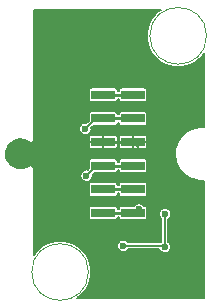
<source format=gbl>
G04 #@! TF.GenerationSoftware,KiCad,Pcbnew,5.1.10-88a1d61d58~90~ubuntu20.04.1*
G04 #@! TF.CreationDate,2021-10-26T15:29:24+01:00*
G04 #@! TF.ProjectId,IMU,494d552e-6b69-4636-9164-5f7063625858,rev?*
G04 #@! TF.SameCoordinates,Original*
G04 #@! TF.FileFunction,Copper,L2,Bot*
G04 #@! TF.FilePolarity,Positive*
%FSLAX46Y46*%
G04 Gerber Fmt 4.6, Leading zero omitted, Abs format (unit mm)*
G04 Created by KiCad (PCBNEW 5.1.10-88a1d61d58~90~ubuntu20.04.1) date 2021-10-26 15:29:24*
%MOMM*%
%LPD*%
G01*
G04 APERTURE LIST*
G04 #@! TA.AperFunction,EtchedComponent*
%ADD10C,0.050000*%
G04 #@! TD*
G04 #@! TA.AperFunction,SMDPad,CuDef*
%ADD11R,2.000000X0.800000*%
G04 #@! TD*
G04 #@! TA.AperFunction,ViaPad*
%ADD12C,0.600000*%
G04 #@! TD*
G04 #@! TA.AperFunction,Conductor*
%ADD13C,0.250000*%
G04 #@! TD*
G04 #@! TA.AperFunction,Conductor*
%ADD14C,0.150000*%
G04 #@! TD*
G04 #@! TA.AperFunction,Conductor*
%ADD15C,0.100000*%
G04 #@! TD*
G04 APERTURE END LIST*
D10*
X4900000Y-22500000D02*
G75*
G03*
X4900000Y-22500000I-2400000J0D01*
G01*
X14900000Y-2500000D02*
G75*
G03*
X14900000Y-2500000I-2400000J0D01*
G01*
D11*
X6150000Y-7500000D03*
X6150000Y-9500000D03*
X6150000Y-11500000D03*
X6150000Y-13500000D03*
X6150000Y-15500000D03*
X6150000Y-17500000D03*
X8675000Y-17500000D03*
X8675000Y-15500000D03*
X8675000Y-13500000D03*
X8675000Y-11500000D03*
X8675000Y-9500000D03*
X8675000Y-7500000D03*
D12*
X4640000Y-10390000D03*
X5151268Y-24248732D03*
X7620000Y-762000D03*
X2650000Y-750000D03*
X8680000Y-5830000D03*
X8540000Y-3050000D03*
X2660000Y-4760000D03*
X7370000Y-8580000D03*
X2250686Y-17593150D03*
X9190000Y-10490000D03*
X12340000Y-6290000D03*
X2500000Y-9660000D03*
X2600000Y-12370000D03*
X4360000Y-16520000D03*
X1130000Y-9590000D03*
X3420000Y-7790000D03*
X7870000Y-19440000D03*
X10378361Y-14860000D03*
X12110000Y-15240000D03*
X10110000Y-19650000D03*
X8530000Y-14550000D03*
X9540000Y-16460000D03*
X12260000Y-9920000D03*
X12740000Y-23970000D03*
X9110000Y-24030000D03*
X6010000Y-14550000D03*
X6030000Y-16380000D03*
X990000Y-5640000D03*
X5330000Y-5490000D03*
X1460000Y-2530000D03*
X10070000Y-20940000D03*
X14207076Y-22085295D03*
X7860000Y-20280000D03*
X11360000Y-20370000D03*
X11404998Y-17611531D03*
X4735000Y-14345000D03*
X9200000Y-17206219D03*
X8675000Y-15500000D03*
D13*
X6150000Y-9500000D02*
X8675000Y-9500000D01*
D14*
X5530000Y-9500000D02*
X6150000Y-9500000D01*
X4640000Y-10390000D02*
X5530000Y-9500000D01*
X9572040Y-24722041D02*
X14629518Y-24720482D01*
X14674085Y-21175915D02*
X14720741Y-21129259D01*
X14629518Y-24720482D02*
X14674085Y-24675915D01*
X14724256Y-5199990D02*
X11449990Y-5199990D01*
X9848731Y-3598731D02*
X9848731Y-748731D01*
X11449990Y-5199990D02*
X9848731Y-3598731D01*
X9848731Y-748731D02*
X9375010Y-275010D01*
X9375010Y-275010D02*
X400000Y-275010D01*
X374990Y-275010D02*
X275021Y-374978D01*
X400000Y-275010D02*
X374990Y-275010D01*
X275021Y-374978D02*
X275344Y-10375344D01*
X275377Y-11385175D02*
X275376Y-13614825D01*
X275344Y-10375344D02*
X275377Y-11385175D01*
X275376Y-13614825D02*
X275293Y-16200000D01*
X275293Y-16200000D02*
X275293Y-19025293D01*
X275293Y-19025293D02*
X1100000Y-19850000D01*
X5151268Y-21403708D02*
X5151268Y-24248732D01*
X3597560Y-19850000D02*
X5151268Y-21403708D01*
X1100000Y-19850000D02*
X3597560Y-19850000D01*
X5151268Y-24298732D02*
X5552536Y-24700000D01*
X6150000Y-24700000D02*
X6173088Y-24723089D01*
X5552536Y-24700000D02*
X6150000Y-24700000D01*
X6173088Y-24723089D02*
X8727699Y-24722301D01*
X5151268Y-24248732D02*
X5151268Y-24298732D01*
X9325000Y-11500000D02*
X9325000Y-11735641D01*
D13*
X6150000Y-11500000D02*
X8675000Y-11500000D01*
D14*
X9900001Y-14381640D02*
X10378361Y-14860000D01*
X9900001Y-12725001D02*
X9900001Y-14381640D01*
X8675000Y-11500000D02*
X9900001Y-12725001D01*
X14588286Y-21704085D02*
X14207076Y-22085295D01*
X14674085Y-21704085D02*
X14588286Y-21704085D01*
X14674085Y-24675915D02*
X14674085Y-21704085D01*
X14674085Y-21704085D02*
X14674085Y-21175915D01*
X11270000Y-20280000D02*
X11360000Y-20370000D01*
X7860000Y-20280000D02*
X11270000Y-20280000D01*
X11360000Y-17656529D02*
X11404998Y-17611531D01*
X11360000Y-20370000D02*
X11360000Y-17656529D01*
D13*
X6150000Y-7500000D02*
X8675000Y-7500000D01*
D14*
X5580000Y-13500000D02*
X4735000Y-14345000D01*
X5600000Y-13500000D02*
X5580000Y-13500000D01*
D13*
X6150000Y-13500000D02*
X8675000Y-13500000D01*
X6150000Y-17500000D02*
X8675000Y-17500000D01*
X6150000Y-15500000D02*
X8675000Y-15500000D01*
D14*
X10806170Y-436062D02*
X10436062Y-806170D01*
X10145270Y-1241371D01*
X9944969Y-1724940D01*
X9842857Y-2238294D01*
X9842857Y-2761706D01*
X9944969Y-3275060D01*
X10145270Y-3758629D01*
X10436062Y-4193830D01*
X10806170Y-4563938D01*
X11241371Y-4854730D01*
X11724940Y-5055031D01*
X12238294Y-5157143D01*
X12761706Y-5157143D01*
X13275060Y-5055031D01*
X13758629Y-4854730D01*
X14193830Y-4563938D01*
X14563938Y-4193830D01*
X14725001Y-3952783D01*
X14725000Y-10238019D01*
X14389854Y-10225423D01*
X14364961Y-10226922D01*
X14340078Y-10228073D01*
X14336283Y-10228650D01*
X14336279Y-10228650D01*
X13950151Y-10290135D01*
X13926016Y-10296443D01*
X13901836Y-10302404D01*
X13898229Y-10303706D01*
X13898226Y-10303707D01*
X13898224Y-10303708D01*
X13531390Y-10439022D01*
X13508962Y-10449887D01*
X13486379Y-10460441D01*
X13483093Y-10462419D01*
X13483090Y-10462421D01*
X13483089Y-10462422D01*
X13149525Y-10666411D01*
X13129639Y-10681422D01*
X13109532Y-10696164D01*
X13106689Y-10698746D01*
X12819099Y-10963639D01*
X12802502Y-10982232D01*
X12785646Y-11000594D01*
X12783363Y-11003673D01*
X12783359Y-11003678D01*
X12783356Y-11003683D01*
X12552697Y-11319388D01*
X12540022Y-11340860D01*
X12527059Y-11362137D01*
X12525415Y-11365607D01*
X12360468Y-11720105D01*
X12352203Y-11743637D01*
X12343622Y-11767020D01*
X12342683Y-11770743D01*
X12249733Y-12150529D01*
X12246202Y-12175176D01*
X12242320Y-12199822D01*
X12242122Y-12203657D01*
X12224709Y-12594263D01*
X12226034Y-12619153D01*
X12227012Y-12644058D01*
X12227562Y-12647858D01*
X12286351Y-13034408D01*
X12292488Y-13058578D01*
X12298282Y-13082807D01*
X12299560Y-13086428D01*
X12432310Y-13454196D01*
X12443010Y-13476681D01*
X12453414Y-13499356D01*
X12455371Y-13502660D01*
X12657027Y-13837641D01*
X12671912Y-13857650D01*
X12686501Y-13877842D01*
X12689062Y-13880703D01*
X12951943Y-14170135D01*
X12970417Y-14186858D01*
X12988663Y-14203844D01*
X12991731Y-14206153D01*
X13305821Y-14439013D01*
X13327222Y-14451848D01*
X13348390Y-14464948D01*
X13351844Y-14466615D01*
X13351848Y-14466617D01*
X13351852Y-14466618D01*
X13705187Y-14634035D01*
X13728654Y-14642462D01*
X13751983Y-14651208D01*
X13755696Y-14652172D01*
X13755699Y-14652173D01*
X13755701Y-14652173D01*
X14134828Y-14747772D01*
X14159462Y-14751477D01*
X14184068Y-14755529D01*
X14187900Y-14755754D01*
X14187902Y-14755754D01*
X14578377Y-14775893D01*
X14603267Y-14774742D01*
X14628185Y-14773938D01*
X14631990Y-14773414D01*
X14704938Y-14762840D01*
X14718892Y-24720463D01*
X3954607Y-24723782D01*
X4193830Y-24563938D01*
X4563938Y-24193830D01*
X4854730Y-23758629D01*
X5055031Y-23275060D01*
X5157143Y-22761706D01*
X5157143Y-22238294D01*
X5055031Y-21724940D01*
X4854730Y-21241371D01*
X4563938Y-20806170D01*
X4193830Y-20436062D01*
X3882881Y-20228292D01*
X7335000Y-20228292D01*
X7335000Y-20331708D01*
X7355176Y-20433137D01*
X7394751Y-20528681D01*
X7452206Y-20614668D01*
X7525332Y-20687794D01*
X7611319Y-20745249D01*
X7706863Y-20784824D01*
X7808292Y-20805000D01*
X7911708Y-20805000D01*
X8013137Y-20784824D01*
X8108681Y-20745249D01*
X8194668Y-20687794D01*
X8267794Y-20614668D01*
X8290959Y-20580000D01*
X10878729Y-20580000D01*
X10894751Y-20618681D01*
X10952206Y-20704668D01*
X11025332Y-20777794D01*
X11111319Y-20835249D01*
X11206863Y-20874824D01*
X11308292Y-20895000D01*
X11411708Y-20895000D01*
X11513137Y-20874824D01*
X11608681Y-20835249D01*
X11694668Y-20777794D01*
X11767794Y-20704668D01*
X11825249Y-20618681D01*
X11864824Y-20523137D01*
X11885000Y-20421708D01*
X11885000Y-20318292D01*
X11864824Y-20216863D01*
X11825249Y-20121319D01*
X11767794Y-20035332D01*
X11694668Y-19962206D01*
X11660000Y-19939041D01*
X11660000Y-18072556D01*
X11739666Y-18019325D01*
X11812792Y-17946199D01*
X11870247Y-17860212D01*
X11909822Y-17764668D01*
X11929998Y-17663239D01*
X11929998Y-17559823D01*
X11909822Y-17458394D01*
X11870247Y-17362850D01*
X11812792Y-17276863D01*
X11739666Y-17203737D01*
X11653679Y-17146282D01*
X11558135Y-17106707D01*
X11456706Y-17086531D01*
X11353290Y-17086531D01*
X11251861Y-17106707D01*
X11156317Y-17146282D01*
X11070330Y-17203737D01*
X10997204Y-17276863D01*
X10939749Y-17362850D01*
X10900174Y-17458394D01*
X10879998Y-17559823D01*
X10879998Y-17663239D01*
X10900174Y-17764668D01*
X10939749Y-17860212D01*
X10997204Y-17946199D01*
X11060001Y-18008996D01*
X11060000Y-19939041D01*
X11025332Y-19962206D01*
X11007538Y-19980000D01*
X8290959Y-19980000D01*
X8267794Y-19945332D01*
X8194668Y-19872206D01*
X8108681Y-19814751D01*
X8013137Y-19775176D01*
X7911708Y-19755000D01*
X7808292Y-19755000D01*
X7706863Y-19775176D01*
X7611319Y-19814751D01*
X7525332Y-19872206D01*
X7452206Y-19945332D01*
X7394751Y-20031319D01*
X7355176Y-20126863D01*
X7335000Y-20228292D01*
X3882881Y-20228292D01*
X3758629Y-20145270D01*
X3275060Y-19944969D01*
X2761706Y-19842857D01*
X2238294Y-19842857D01*
X1724940Y-19944969D01*
X1241371Y-20145270D01*
X806170Y-20436062D01*
X436062Y-20806170D01*
X275127Y-21047026D01*
X275254Y-17100000D01*
X4923912Y-17100000D01*
X4923912Y-17900000D01*
X4928256Y-17944108D01*
X4941122Y-17986520D01*
X4962015Y-18025608D01*
X4990132Y-18059868D01*
X5024392Y-18087985D01*
X5063480Y-18108878D01*
X5105892Y-18121744D01*
X5150000Y-18126088D01*
X7150000Y-18126088D01*
X7194108Y-18121744D01*
X7236520Y-18108878D01*
X7275608Y-18087985D01*
X7309868Y-18059868D01*
X7337985Y-18025608D01*
X7358878Y-17986520D01*
X7371744Y-17944108D01*
X7376088Y-17900000D01*
X7376088Y-17850000D01*
X7448912Y-17850000D01*
X7448912Y-17900000D01*
X7453256Y-17944108D01*
X7466122Y-17986520D01*
X7487015Y-18025608D01*
X7515132Y-18059868D01*
X7549392Y-18087985D01*
X7588480Y-18108878D01*
X7630892Y-18121744D01*
X7675000Y-18126088D01*
X9675000Y-18126088D01*
X9719108Y-18121744D01*
X9761520Y-18108878D01*
X9800608Y-18087985D01*
X9834868Y-18059868D01*
X9862985Y-18025608D01*
X9883878Y-17986520D01*
X9896744Y-17944108D01*
X9901088Y-17900000D01*
X9901088Y-17100000D01*
X9896744Y-17055892D01*
X9883878Y-17013480D01*
X9862985Y-16974392D01*
X9834868Y-16940132D01*
X9800608Y-16912015D01*
X9761520Y-16891122D01*
X9719108Y-16878256D01*
X9675000Y-16873912D01*
X9609372Y-16873912D01*
X9607794Y-16871551D01*
X9534668Y-16798425D01*
X9448681Y-16740970D01*
X9353137Y-16701395D01*
X9251708Y-16681219D01*
X9148292Y-16681219D01*
X9046863Y-16701395D01*
X8951319Y-16740970D01*
X8865332Y-16798425D01*
X8792206Y-16871551D01*
X8790628Y-16873912D01*
X7675000Y-16873912D01*
X7630892Y-16878256D01*
X7588480Y-16891122D01*
X7549392Y-16912015D01*
X7515132Y-16940132D01*
X7487015Y-16974392D01*
X7466122Y-17013480D01*
X7453256Y-17055892D01*
X7448912Y-17100000D01*
X7448912Y-17150000D01*
X7376088Y-17150000D01*
X7376088Y-17100000D01*
X7371744Y-17055892D01*
X7358878Y-17013480D01*
X7337985Y-16974392D01*
X7309868Y-16940132D01*
X7275608Y-16912015D01*
X7236520Y-16891122D01*
X7194108Y-16878256D01*
X7150000Y-16873912D01*
X5150000Y-16873912D01*
X5105892Y-16878256D01*
X5063480Y-16891122D01*
X5024392Y-16912015D01*
X4990132Y-16940132D01*
X4962015Y-16974392D01*
X4941122Y-17013480D01*
X4928256Y-17055892D01*
X4923912Y-17100000D01*
X275254Y-17100000D01*
X275318Y-15100000D01*
X4923912Y-15100000D01*
X4923912Y-15900000D01*
X4928256Y-15944108D01*
X4941122Y-15986520D01*
X4962015Y-16025608D01*
X4990132Y-16059868D01*
X5024392Y-16087985D01*
X5063480Y-16108878D01*
X5105892Y-16121744D01*
X5150000Y-16126088D01*
X7150000Y-16126088D01*
X7194108Y-16121744D01*
X7236520Y-16108878D01*
X7275608Y-16087985D01*
X7309868Y-16059868D01*
X7337985Y-16025608D01*
X7358878Y-15986520D01*
X7371744Y-15944108D01*
X7376088Y-15900000D01*
X7376088Y-15850000D01*
X7448912Y-15850000D01*
X7448912Y-15900000D01*
X7453256Y-15944108D01*
X7466122Y-15986520D01*
X7487015Y-16025608D01*
X7515132Y-16059868D01*
X7549392Y-16087985D01*
X7588480Y-16108878D01*
X7630892Y-16121744D01*
X7675000Y-16126088D01*
X9675000Y-16126088D01*
X9719108Y-16121744D01*
X9761520Y-16108878D01*
X9800608Y-16087985D01*
X9834868Y-16059868D01*
X9862985Y-16025608D01*
X9883878Y-15986520D01*
X9896744Y-15944108D01*
X9901088Y-15900000D01*
X9901088Y-15100000D01*
X9896744Y-15055892D01*
X9883878Y-15013480D01*
X9862985Y-14974392D01*
X9834868Y-14940132D01*
X9800608Y-14912015D01*
X9761520Y-14891122D01*
X9719108Y-14878256D01*
X9675000Y-14873912D01*
X7675000Y-14873912D01*
X7630892Y-14878256D01*
X7588480Y-14891122D01*
X7549392Y-14912015D01*
X7515132Y-14940132D01*
X7487015Y-14974392D01*
X7466122Y-15013480D01*
X7453256Y-15055892D01*
X7448912Y-15100000D01*
X7448912Y-15150000D01*
X7376088Y-15150000D01*
X7376088Y-15100000D01*
X7371744Y-15055892D01*
X7358878Y-15013480D01*
X7337985Y-14974392D01*
X7309868Y-14940132D01*
X7275608Y-14912015D01*
X7236520Y-14891122D01*
X7194108Y-14878256D01*
X7150000Y-14873912D01*
X5150000Y-14873912D01*
X5105892Y-14878256D01*
X5063480Y-14891122D01*
X5024392Y-14912015D01*
X4990132Y-14940132D01*
X4962015Y-14974392D01*
X4941122Y-15013480D01*
X4928256Y-15055892D01*
X4923912Y-15100000D01*
X275318Y-15100000D01*
X275345Y-14293292D01*
X4210000Y-14293292D01*
X4210000Y-14396708D01*
X4230176Y-14498137D01*
X4269751Y-14593681D01*
X4327206Y-14679668D01*
X4400332Y-14752794D01*
X4486319Y-14810249D01*
X4581863Y-14849824D01*
X4683292Y-14870000D01*
X4786708Y-14870000D01*
X4888137Y-14849824D01*
X4983681Y-14810249D01*
X5069668Y-14752794D01*
X5142794Y-14679668D01*
X5200249Y-14593681D01*
X5239824Y-14498137D01*
X5260000Y-14396708D01*
X5260000Y-14293292D01*
X5251865Y-14252398D01*
X5378176Y-14126088D01*
X7150000Y-14126088D01*
X7194108Y-14121744D01*
X7236520Y-14108878D01*
X7275608Y-14087985D01*
X7309868Y-14059868D01*
X7337985Y-14025608D01*
X7358878Y-13986520D01*
X7371744Y-13944108D01*
X7376088Y-13900000D01*
X7376088Y-13850000D01*
X7448912Y-13850000D01*
X7448912Y-13900000D01*
X7453256Y-13944108D01*
X7466122Y-13986520D01*
X7487015Y-14025608D01*
X7515132Y-14059868D01*
X7549392Y-14087985D01*
X7588480Y-14108878D01*
X7630892Y-14121744D01*
X7675000Y-14126088D01*
X9675000Y-14126088D01*
X9719108Y-14121744D01*
X9761520Y-14108878D01*
X9800608Y-14087985D01*
X9834868Y-14059868D01*
X9862985Y-14025608D01*
X9883878Y-13986520D01*
X9896744Y-13944108D01*
X9901088Y-13900000D01*
X9901088Y-13100000D01*
X9896744Y-13055892D01*
X9883878Y-13013480D01*
X9862985Y-12974392D01*
X9834868Y-12940132D01*
X9800608Y-12912015D01*
X9761520Y-12891122D01*
X9719108Y-12878256D01*
X9675000Y-12873912D01*
X7675000Y-12873912D01*
X7630892Y-12878256D01*
X7588480Y-12891122D01*
X7549392Y-12912015D01*
X7515132Y-12940132D01*
X7487015Y-12974392D01*
X7466122Y-13013480D01*
X7453256Y-13055892D01*
X7448912Y-13100000D01*
X7448912Y-13150000D01*
X7376088Y-13150000D01*
X7376088Y-13100000D01*
X7371744Y-13055892D01*
X7358878Y-13013480D01*
X7337985Y-12974392D01*
X7309868Y-12940132D01*
X7275608Y-12912015D01*
X7236520Y-12891122D01*
X7194108Y-12878256D01*
X7150000Y-12873912D01*
X5150000Y-12873912D01*
X5105892Y-12878256D01*
X5063480Y-12891122D01*
X5024392Y-12912015D01*
X4990132Y-12940132D01*
X4962015Y-12974392D01*
X4941122Y-13013480D01*
X4928256Y-13055892D01*
X4923912Y-13100000D01*
X4923912Y-13731825D01*
X4827602Y-13828135D01*
X4786708Y-13820000D01*
X4683292Y-13820000D01*
X4581863Y-13840176D01*
X4486319Y-13879751D01*
X4400332Y-13937206D01*
X4327206Y-14010332D01*
X4269751Y-14096319D01*
X4230176Y-14191863D01*
X4210000Y-14293292D01*
X275345Y-14293292D01*
X275364Y-13715234D01*
X271385Y-13674828D01*
X255663Y-13622990D01*
X230128Y-13575215D01*
X195765Y-13533340D01*
X153892Y-13498973D01*
X106119Y-13473436D01*
X54281Y-13457710D01*
X372Y-13452399D01*
X-53536Y-13457707D01*
X-105374Y-13473429D01*
X-153149Y-13498964D01*
X-155531Y-13500919D01*
X-366191Y-13619619D01*
X-593063Y-13694211D01*
X-830104Y-13723316D01*
X-1068282Y-13705825D01*
X-1298527Y-13642405D01*
X-1512071Y-13535470D01*
X-1700774Y-13389097D01*
X-1857456Y-13208855D01*
X-1976146Y-13001611D01*
X-2052317Y-12775271D01*
X-2083077Y-12538433D01*
X-2067250Y-12300145D01*
X-2005438Y-12069458D01*
X-1922054Y-11900000D01*
X4923911Y-11900000D01*
X4928255Y-11944108D01*
X4941121Y-11986521D01*
X4962014Y-12025608D01*
X4990131Y-12059869D01*
X5024392Y-12087986D01*
X5063479Y-12108879D01*
X5105892Y-12121745D01*
X5150000Y-12126089D01*
X6068750Y-12125000D01*
X6125000Y-12068750D01*
X6125000Y-11525000D01*
X6175000Y-11525000D01*
X6175000Y-12068750D01*
X6231250Y-12125000D01*
X7150000Y-12126089D01*
X7194108Y-12121745D01*
X7236521Y-12108879D01*
X7275608Y-12087986D01*
X7309869Y-12059869D01*
X7337986Y-12025608D01*
X7358879Y-11986521D01*
X7371745Y-11944108D01*
X7376089Y-11900000D01*
X7448911Y-11900000D01*
X7453255Y-11944108D01*
X7466121Y-11986521D01*
X7487014Y-12025608D01*
X7515131Y-12059869D01*
X7549392Y-12087986D01*
X7588479Y-12108879D01*
X7630892Y-12121745D01*
X7675000Y-12126089D01*
X8593750Y-12125000D01*
X8650000Y-12068750D01*
X8650000Y-11525000D01*
X8700000Y-11525000D01*
X8700000Y-12068750D01*
X8756250Y-12125000D01*
X9675000Y-12126089D01*
X9719108Y-12121745D01*
X9761521Y-12108879D01*
X9800608Y-12087986D01*
X9834869Y-12059869D01*
X9862986Y-12025608D01*
X9883879Y-11986521D01*
X9896745Y-11944108D01*
X9901089Y-11900000D01*
X9900000Y-11581250D01*
X9843750Y-11525000D01*
X8700000Y-11525000D01*
X8650000Y-11525000D01*
X7506250Y-11525000D01*
X7450000Y-11581250D01*
X7448911Y-11900000D01*
X7376089Y-11900000D01*
X7375000Y-11581250D01*
X7318750Y-11525000D01*
X6175000Y-11525000D01*
X6125000Y-11525000D01*
X4981250Y-11525000D01*
X4925000Y-11581250D01*
X4923911Y-11900000D01*
X-1922054Y-11900000D01*
X-1899995Y-11855172D01*
X-1754943Y-11665451D01*
X-1575803Y-11507517D01*
X-1369396Y-11387386D01*
X-1143585Y-11309632D01*
X-906973Y-11277221D01*
X-668573Y-11291385D01*
X-437465Y-11351584D01*
X-214181Y-11459524D01*
X-162613Y-11493269D01*
X-153148Y-11501036D01*
X-105373Y-11526571D01*
X-53535Y-11542293D01*
X373Y-11547601D01*
X54282Y-11542290D01*
X106120Y-11526564D01*
X153893Y-11501027D01*
X195766Y-11466660D01*
X230129Y-11424785D01*
X255664Y-11377010D01*
X271386Y-11325172D01*
X275365Y-11284766D01*
X275360Y-11100000D01*
X4923911Y-11100000D01*
X4925000Y-11418750D01*
X4981250Y-11475000D01*
X6125000Y-11475000D01*
X6125000Y-10931250D01*
X6175000Y-10931250D01*
X6175000Y-11475000D01*
X7318750Y-11475000D01*
X7375000Y-11418750D01*
X7376089Y-11100000D01*
X7448911Y-11100000D01*
X7450000Y-11418750D01*
X7506250Y-11475000D01*
X8650000Y-11475000D01*
X8650000Y-10931250D01*
X8700000Y-10931250D01*
X8700000Y-11475000D01*
X9843750Y-11475000D01*
X9900000Y-11418750D01*
X9901089Y-11100000D01*
X9896745Y-11055892D01*
X9883879Y-11013479D01*
X9862986Y-10974392D01*
X9834869Y-10940131D01*
X9800608Y-10912014D01*
X9761521Y-10891121D01*
X9719108Y-10878255D01*
X9675000Y-10873911D01*
X8756250Y-10875000D01*
X8700000Y-10931250D01*
X8650000Y-10931250D01*
X8593750Y-10875000D01*
X7675000Y-10873911D01*
X7630892Y-10878255D01*
X7588479Y-10891121D01*
X7549392Y-10912014D01*
X7515131Y-10940131D01*
X7487014Y-10974392D01*
X7466121Y-11013479D01*
X7453255Y-11055892D01*
X7448911Y-11100000D01*
X7376089Y-11100000D01*
X7371745Y-11055892D01*
X7358879Y-11013479D01*
X7337986Y-10974392D01*
X7309869Y-10940131D01*
X7275608Y-10912014D01*
X7236521Y-10891121D01*
X7194108Y-10878255D01*
X7150000Y-10873911D01*
X6231250Y-10875000D01*
X6175000Y-10931250D01*
X6125000Y-10931250D01*
X6068750Y-10875000D01*
X5150000Y-10873911D01*
X5105892Y-10878255D01*
X5063479Y-10891121D01*
X5024392Y-10912014D01*
X4990131Y-10940131D01*
X4962014Y-10974392D01*
X4941121Y-11013479D01*
X4928255Y-11055892D01*
X4923911Y-11100000D01*
X275360Y-11100000D01*
X275335Y-10338292D01*
X4115000Y-10338292D01*
X4115000Y-10441708D01*
X4135176Y-10543137D01*
X4174751Y-10638681D01*
X4232206Y-10724668D01*
X4305332Y-10797794D01*
X4391319Y-10855249D01*
X4486863Y-10894824D01*
X4588292Y-10915000D01*
X4691708Y-10915000D01*
X4793137Y-10894824D01*
X4888681Y-10855249D01*
X4974668Y-10797794D01*
X5047794Y-10724668D01*
X5105249Y-10638681D01*
X5144824Y-10543137D01*
X5165000Y-10441708D01*
X5165000Y-10338292D01*
X5156865Y-10297398D01*
X5328176Y-10126088D01*
X7150000Y-10126088D01*
X7194108Y-10121744D01*
X7236520Y-10108878D01*
X7275608Y-10087985D01*
X7309868Y-10059868D01*
X7337985Y-10025608D01*
X7358878Y-9986520D01*
X7371744Y-9944108D01*
X7376088Y-9900000D01*
X7376088Y-9850000D01*
X7448912Y-9850000D01*
X7448912Y-9900000D01*
X7453256Y-9944108D01*
X7466122Y-9986520D01*
X7487015Y-10025608D01*
X7515132Y-10059868D01*
X7549392Y-10087985D01*
X7588480Y-10108878D01*
X7630892Y-10121744D01*
X7675000Y-10126088D01*
X9675000Y-10126088D01*
X9719108Y-10121744D01*
X9761520Y-10108878D01*
X9800608Y-10087985D01*
X9834868Y-10059868D01*
X9862985Y-10025608D01*
X9883878Y-9986520D01*
X9896744Y-9944108D01*
X9901088Y-9900000D01*
X9901088Y-9100000D01*
X9896744Y-9055892D01*
X9883878Y-9013480D01*
X9862985Y-8974392D01*
X9834868Y-8940132D01*
X9800608Y-8912015D01*
X9761520Y-8891122D01*
X9719108Y-8878256D01*
X9675000Y-8873912D01*
X7675000Y-8873912D01*
X7630892Y-8878256D01*
X7588480Y-8891122D01*
X7549392Y-8912015D01*
X7515132Y-8940132D01*
X7487015Y-8974392D01*
X7466122Y-9013480D01*
X7453256Y-9055892D01*
X7448912Y-9100000D01*
X7448912Y-9150000D01*
X7376088Y-9150000D01*
X7376088Y-9100000D01*
X7371744Y-9055892D01*
X7358878Y-9013480D01*
X7337985Y-8974392D01*
X7309868Y-8940132D01*
X7275608Y-8912015D01*
X7236520Y-8891122D01*
X7194108Y-8878256D01*
X7150000Y-8873912D01*
X5150000Y-8873912D01*
X5105892Y-8878256D01*
X5063480Y-8891122D01*
X5024392Y-8912015D01*
X4990132Y-8940132D01*
X4962015Y-8974392D01*
X4941122Y-9013480D01*
X4928256Y-9055892D01*
X4923912Y-9100000D01*
X4923912Y-9681824D01*
X4732602Y-9873135D01*
X4691708Y-9865000D01*
X4588292Y-9865000D01*
X4486863Y-9885176D01*
X4391319Y-9924751D01*
X4305332Y-9982206D01*
X4232206Y-10055332D01*
X4174751Y-10141319D01*
X4135176Y-10236863D01*
X4115000Y-10338292D01*
X275335Y-10338292D01*
X275230Y-7100000D01*
X4923912Y-7100000D01*
X4923912Y-7900000D01*
X4928256Y-7944108D01*
X4941122Y-7986520D01*
X4962015Y-8025608D01*
X4990132Y-8059868D01*
X5024392Y-8087985D01*
X5063480Y-8108878D01*
X5105892Y-8121744D01*
X5150000Y-8126088D01*
X7150000Y-8126088D01*
X7194108Y-8121744D01*
X7236520Y-8108878D01*
X7275608Y-8087985D01*
X7309868Y-8059868D01*
X7337985Y-8025608D01*
X7358878Y-7986520D01*
X7371744Y-7944108D01*
X7376088Y-7900000D01*
X7376088Y-7850000D01*
X7448912Y-7850000D01*
X7448912Y-7900000D01*
X7453256Y-7944108D01*
X7466122Y-7986520D01*
X7487015Y-8025608D01*
X7515132Y-8059868D01*
X7549392Y-8087985D01*
X7588480Y-8108878D01*
X7630892Y-8121744D01*
X7675000Y-8126088D01*
X9675000Y-8126088D01*
X9719108Y-8121744D01*
X9761520Y-8108878D01*
X9800608Y-8087985D01*
X9834868Y-8059868D01*
X9862985Y-8025608D01*
X9883878Y-7986520D01*
X9896744Y-7944108D01*
X9901088Y-7900000D01*
X9901088Y-7100000D01*
X9896744Y-7055892D01*
X9883878Y-7013480D01*
X9862985Y-6974392D01*
X9834868Y-6940132D01*
X9800608Y-6912015D01*
X9761520Y-6891122D01*
X9719108Y-6878256D01*
X9675000Y-6873912D01*
X7675000Y-6873912D01*
X7630892Y-6878256D01*
X7588480Y-6891122D01*
X7549392Y-6912015D01*
X7515132Y-6940132D01*
X7487015Y-6974392D01*
X7466122Y-7013480D01*
X7453256Y-7055892D01*
X7448912Y-7100000D01*
X7448912Y-7150000D01*
X7376088Y-7150000D01*
X7376088Y-7100000D01*
X7371744Y-7055892D01*
X7358878Y-7013480D01*
X7337985Y-6974392D01*
X7309868Y-6940132D01*
X7275608Y-6912015D01*
X7236520Y-6891122D01*
X7194108Y-6878256D01*
X7150000Y-6873912D01*
X5150000Y-6873912D01*
X5105892Y-6878256D01*
X5063480Y-6891122D01*
X5024392Y-6912015D01*
X4990132Y-6940132D01*
X4962015Y-6974392D01*
X4941122Y-7013480D01*
X4928256Y-7055892D01*
X4923912Y-7100000D01*
X275230Y-7100000D01*
X275008Y-275000D01*
X11047216Y-275000D01*
X10806170Y-436062D01*
G04 #@! TA.AperFunction,Conductor*
D15*
G36*
X10806170Y-436062D02*
G01*
X10436062Y-806170D01*
X10145270Y-1241371D01*
X9944969Y-1724940D01*
X9842857Y-2238294D01*
X9842857Y-2761706D01*
X9944969Y-3275060D01*
X10145270Y-3758629D01*
X10436062Y-4193830D01*
X10806170Y-4563938D01*
X11241371Y-4854730D01*
X11724940Y-5055031D01*
X12238294Y-5157143D01*
X12761706Y-5157143D01*
X13275060Y-5055031D01*
X13758629Y-4854730D01*
X14193830Y-4563938D01*
X14563938Y-4193830D01*
X14725001Y-3952783D01*
X14725000Y-10238019D01*
X14389854Y-10225423D01*
X14364961Y-10226922D01*
X14340078Y-10228073D01*
X14336283Y-10228650D01*
X14336279Y-10228650D01*
X13950151Y-10290135D01*
X13926016Y-10296443D01*
X13901836Y-10302404D01*
X13898229Y-10303706D01*
X13898226Y-10303707D01*
X13898224Y-10303708D01*
X13531390Y-10439022D01*
X13508962Y-10449887D01*
X13486379Y-10460441D01*
X13483093Y-10462419D01*
X13483090Y-10462421D01*
X13483089Y-10462422D01*
X13149525Y-10666411D01*
X13129639Y-10681422D01*
X13109532Y-10696164D01*
X13106689Y-10698746D01*
X12819099Y-10963639D01*
X12802502Y-10982232D01*
X12785646Y-11000594D01*
X12783363Y-11003673D01*
X12783359Y-11003678D01*
X12783356Y-11003683D01*
X12552697Y-11319388D01*
X12540022Y-11340860D01*
X12527059Y-11362137D01*
X12525415Y-11365607D01*
X12360468Y-11720105D01*
X12352203Y-11743637D01*
X12343622Y-11767020D01*
X12342683Y-11770743D01*
X12249733Y-12150529D01*
X12246202Y-12175176D01*
X12242320Y-12199822D01*
X12242122Y-12203657D01*
X12224709Y-12594263D01*
X12226034Y-12619153D01*
X12227012Y-12644058D01*
X12227562Y-12647858D01*
X12286351Y-13034408D01*
X12292488Y-13058578D01*
X12298282Y-13082807D01*
X12299560Y-13086428D01*
X12432310Y-13454196D01*
X12443010Y-13476681D01*
X12453414Y-13499356D01*
X12455371Y-13502660D01*
X12657027Y-13837641D01*
X12671912Y-13857650D01*
X12686501Y-13877842D01*
X12689062Y-13880703D01*
X12951943Y-14170135D01*
X12970417Y-14186858D01*
X12988663Y-14203844D01*
X12991731Y-14206153D01*
X13305821Y-14439013D01*
X13327222Y-14451848D01*
X13348390Y-14464948D01*
X13351844Y-14466615D01*
X13351848Y-14466617D01*
X13351852Y-14466618D01*
X13705187Y-14634035D01*
X13728654Y-14642462D01*
X13751983Y-14651208D01*
X13755696Y-14652172D01*
X13755699Y-14652173D01*
X13755701Y-14652173D01*
X14134828Y-14747772D01*
X14159462Y-14751477D01*
X14184068Y-14755529D01*
X14187900Y-14755754D01*
X14187902Y-14755754D01*
X14578377Y-14775893D01*
X14603267Y-14774742D01*
X14628185Y-14773938D01*
X14631990Y-14773414D01*
X14704938Y-14762840D01*
X14718892Y-24720463D01*
X3954607Y-24723782D01*
X4193830Y-24563938D01*
X4563938Y-24193830D01*
X4854730Y-23758629D01*
X5055031Y-23275060D01*
X5157143Y-22761706D01*
X5157143Y-22238294D01*
X5055031Y-21724940D01*
X4854730Y-21241371D01*
X4563938Y-20806170D01*
X4193830Y-20436062D01*
X3882881Y-20228292D01*
X7335000Y-20228292D01*
X7335000Y-20331708D01*
X7355176Y-20433137D01*
X7394751Y-20528681D01*
X7452206Y-20614668D01*
X7525332Y-20687794D01*
X7611319Y-20745249D01*
X7706863Y-20784824D01*
X7808292Y-20805000D01*
X7911708Y-20805000D01*
X8013137Y-20784824D01*
X8108681Y-20745249D01*
X8194668Y-20687794D01*
X8267794Y-20614668D01*
X8290959Y-20580000D01*
X10878729Y-20580000D01*
X10894751Y-20618681D01*
X10952206Y-20704668D01*
X11025332Y-20777794D01*
X11111319Y-20835249D01*
X11206863Y-20874824D01*
X11308292Y-20895000D01*
X11411708Y-20895000D01*
X11513137Y-20874824D01*
X11608681Y-20835249D01*
X11694668Y-20777794D01*
X11767794Y-20704668D01*
X11825249Y-20618681D01*
X11864824Y-20523137D01*
X11885000Y-20421708D01*
X11885000Y-20318292D01*
X11864824Y-20216863D01*
X11825249Y-20121319D01*
X11767794Y-20035332D01*
X11694668Y-19962206D01*
X11660000Y-19939041D01*
X11660000Y-18072556D01*
X11739666Y-18019325D01*
X11812792Y-17946199D01*
X11870247Y-17860212D01*
X11909822Y-17764668D01*
X11929998Y-17663239D01*
X11929998Y-17559823D01*
X11909822Y-17458394D01*
X11870247Y-17362850D01*
X11812792Y-17276863D01*
X11739666Y-17203737D01*
X11653679Y-17146282D01*
X11558135Y-17106707D01*
X11456706Y-17086531D01*
X11353290Y-17086531D01*
X11251861Y-17106707D01*
X11156317Y-17146282D01*
X11070330Y-17203737D01*
X10997204Y-17276863D01*
X10939749Y-17362850D01*
X10900174Y-17458394D01*
X10879998Y-17559823D01*
X10879998Y-17663239D01*
X10900174Y-17764668D01*
X10939749Y-17860212D01*
X10997204Y-17946199D01*
X11060001Y-18008996D01*
X11060000Y-19939041D01*
X11025332Y-19962206D01*
X11007538Y-19980000D01*
X8290959Y-19980000D01*
X8267794Y-19945332D01*
X8194668Y-19872206D01*
X8108681Y-19814751D01*
X8013137Y-19775176D01*
X7911708Y-19755000D01*
X7808292Y-19755000D01*
X7706863Y-19775176D01*
X7611319Y-19814751D01*
X7525332Y-19872206D01*
X7452206Y-19945332D01*
X7394751Y-20031319D01*
X7355176Y-20126863D01*
X7335000Y-20228292D01*
X3882881Y-20228292D01*
X3758629Y-20145270D01*
X3275060Y-19944969D01*
X2761706Y-19842857D01*
X2238294Y-19842857D01*
X1724940Y-19944969D01*
X1241371Y-20145270D01*
X806170Y-20436062D01*
X436062Y-20806170D01*
X275127Y-21047026D01*
X275254Y-17100000D01*
X4923912Y-17100000D01*
X4923912Y-17900000D01*
X4928256Y-17944108D01*
X4941122Y-17986520D01*
X4962015Y-18025608D01*
X4990132Y-18059868D01*
X5024392Y-18087985D01*
X5063480Y-18108878D01*
X5105892Y-18121744D01*
X5150000Y-18126088D01*
X7150000Y-18126088D01*
X7194108Y-18121744D01*
X7236520Y-18108878D01*
X7275608Y-18087985D01*
X7309868Y-18059868D01*
X7337985Y-18025608D01*
X7358878Y-17986520D01*
X7371744Y-17944108D01*
X7376088Y-17900000D01*
X7376088Y-17850000D01*
X7448912Y-17850000D01*
X7448912Y-17900000D01*
X7453256Y-17944108D01*
X7466122Y-17986520D01*
X7487015Y-18025608D01*
X7515132Y-18059868D01*
X7549392Y-18087985D01*
X7588480Y-18108878D01*
X7630892Y-18121744D01*
X7675000Y-18126088D01*
X9675000Y-18126088D01*
X9719108Y-18121744D01*
X9761520Y-18108878D01*
X9800608Y-18087985D01*
X9834868Y-18059868D01*
X9862985Y-18025608D01*
X9883878Y-17986520D01*
X9896744Y-17944108D01*
X9901088Y-17900000D01*
X9901088Y-17100000D01*
X9896744Y-17055892D01*
X9883878Y-17013480D01*
X9862985Y-16974392D01*
X9834868Y-16940132D01*
X9800608Y-16912015D01*
X9761520Y-16891122D01*
X9719108Y-16878256D01*
X9675000Y-16873912D01*
X9609372Y-16873912D01*
X9607794Y-16871551D01*
X9534668Y-16798425D01*
X9448681Y-16740970D01*
X9353137Y-16701395D01*
X9251708Y-16681219D01*
X9148292Y-16681219D01*
X9046863Y-16701395D01*
X8951319Y-16740970D01*
X8865332Y-16798425D01*
X8792206Y-16871551D01*
X8790628Y-16873912D01*
X7675000Y-16873912D01*
X7630892Y-16878256D01*
X7588480Y-16891122D01*
X7549392Y-16912015D01*
X7515132Y-16940132D01*
X7487015Y-16974392D01*
X7466122Y-17013480D01*
X7453256Y-17055892D01*
X7448912Y-17100000D01*
X7448912Y-17150000D01*
X7376088Y-17150000D01*
X7376088Y-17100000D01*
X7371744Y-17055892D01*
X7358878Y-17013480D01*
X7337985Y-16974392D01*
X7309868Y-16940132D01*
X7275608Y-16912015D01*
X7236520Y-16891122D01*
X7194108Y-16878256D01*
X7150000Y-16873912D01*
X5150000Y-16873912D01*
X5105892Y-16878256D01*
X5063480Y-16891122D01*
X5024392Y-16912015D01*
X4990132Y-16940132D01*
X4962015Y-16974392D01*
X4941122Y-17013480D01*
X4928256Y-17055892D01*
X4923912Y-17100000D01*
X275254Y-17100000D01*
X275318Y-15100000D01*
X4923912Y-15100000D01*
X4923912Y-15900000D01*
X4928256Y-15944108D01*
X4941122Y-15986520D01*
X4962015Y-16025608D01*
X4990132Y-16059868D01*
X5024392Y-16087985D01*
X5063480Y-16108878D01*
X5105892Y-16121744D01*
X5150000Y-16126088D01*
X7150000Y-16126088D01*
X7194108Y-16121744D01*
X7236520Y-16108878D01*
X7275608Y-16087985D01*
X7309868Y-16059868D01*
X7337985Y-16025608D01*
X7358878Y-15986520D01*
X7371744Y-15944108D01*
X7376088Y-15900000D01*
X7376088Y-15850000D01*
X7448912Y-15850000D01*
X7448912Y-15900000D01*
X7453256Y-15944108D01*
X7466122Y-15986520D01*
X7487015Y-16025608D01*
X7515132Y-16059868D01*
X7549392Y-16087985D01*
X7588480Y-16108878D01*
X7630892Y-16121744D01*
X7675000Y-16126088D01*
X9675000Y-16126088D01*
X9719108Y-16121744D01*
X9761520Y-16108878D01*
X9800608Y-16087985D01*
X9834868Y-16059868D01*
X9862985Y-16025608D01*
X9883878Y-15986520D01*
X9896744Y-15944108D01*
X9901088Y-15900000D01*
X9901088Y-15100000D01*
X9896744Y-15055892D01*
X9883878Y-15013480D01*
X9862985Y-14974392D01*
X9834868Y-14940132D01*
X9800608Y-14912015D01*
X9761520Y-14891122D01*
X9719108Y-14878256D01*
X9675000Y-14873912D01*
X7675000Y-14873912D01*
X7630892Y-14878256D01*
X7588480Y-14891122D01*
X7549392Y-14912015D01*
X7515132Y-14940132D01*
X7487015Y-14974392D01*
X7466122Y-15013480D01*
X7453256Y-15055892D01*
X7448912Y-15100000D01*
X7448912Y-15150000D01*
X7376088Y-15150000D01*
X7376088Y-15100000D01*
X7371744Y-15055892D01*
X7358878Y-15013480D01*
X7337985Y-14974392D01*
X7309868Y-14940132D01*
X7275608Y-14912015D01*
X7236520Y-14891122D01*
X7194108Y-14878256D01*
X7150000Y-14873912D01*
X5150000Y-14873912D01*
X5105892Y-14878256D01*
X5063480Y-14891122D01*
X5024392Y-14912015D01*
X4990132Y-14940132D01*
X4962015Y-14974392D01*
X4941122Y-15013480D01*
X4928256Y-15055892D01*
X4923912Y-15100000D01*
X275318Y-15100000D01*
X275345Y-14293292D01*
X4210000Y-14293292D01*
X4210000Y-14396708D01*
X4230176Y-14498137D01*
X4269751Y-14593681D01*
X4327206Y-14679668D01*
X4400332Y-14752794D01*
X4486319Y-14810249D01*
X4581863Y-14849824D01*
X4683292Y-14870000D01*
X4786708Y-14870000D01*
X4888137Y-14849824D01*
X4983681Y-14810249D01*
X5069668Y-14752794D01*
X5142794Y-14679668D01*
X5200249Y-14593681D01*
X5239824Y-14498137D01*
X5260000Y-14396708D01*
X5260000Y-14293292D01*
X5251865Y-14252398D01*
X5378176Y-14126088D01*
X7150000Y-14126088D01*
X7194108Y-14121744D01*
X7236520Y-14108878D01*
X7275608Y-14087985D01*
X7309868Y-14059868D01*
X7337985Y-14025608D01*
X7358878Y-13986520D01*
X7371744Y-13944108D01*
X7376088Y-13900000D01*
X7376088Y-13850000D01*
X7448912Y-13850000D01*
X7448912Y-13900000D01*
X7453256Y-13944108D01*
X7466122Y-13986520D01*
X7487015Y-14025608D01*
X7515132Y-14059868D01*
X7549392Y-14087985D01*
X7588480Y-14108878D01*
X7630892Y-14121744D01*
X7675000Y-14126088D01*
X9675000Y-14126088D01*
X9719108Y-14121744D01*
X9761520Y-14108878D01*
X9800608Y-14087985D01*
X9834868Y-14059868D01*
X9862985Y-14025608D01*
X9883878Y-13986520D01*
X9896744Y-13944108D01*
X9901088Y-13900000D01*
X9901088Y-13100000D01*
X9896744Y-13055892D01*
X9883878Y-13013480D01*
X9862985Y-12974392D01*
X9834868Y-12940132D01*
X9800608Y-12912015D01*
X9761520Y-12891122D01*
X9719108Y-12878256D01*
X9675000Y-12873912D01*
X7675000Y-12873912D01*
X7630892Y-12878256D01*
X7588480Y-12891122D01*
X7549392Y-12912015D01*
X7515132Y-12940132D01*
X7487015Y-12974392D01*
X7466122Y-13013480D01*
X7453256Y-13055892D01*
X7448912Y-13100000D01*
X7448912Y-13150000D01*
X7376088Y-13150000D01*
X7376088Y-13100000D01*
X7371744Y-13055892D01*
X7358878Y-13013480D01*
X7337985Y-12974392D01*
X7309868Y-12940132D01*
X7275608Y-12912015D01*
X7236520Y-12891122D01*
X7194108Y-12878256D01*
X7150000Y-12873912D01*
X5150000Y-12873912D01*
X5105892Y-12878256D01*
X5063480Y-12891122D01*
X5024392Y-12912015D01*
X4990132Y-12940132D01*
X4962015Y-12974392D01*
X4941122Y-13013480D01*
X4928256Y-13055892D01*
X4923912Y-13100000D01*
X4923912Y-13731825D01*
X4827602Y-13828135D01*
X4786708Y-13820000D01*
X4683292Y-13820000D01*
X4581863Y-13840176D01*
X4486319Y-13879751D01*
X4400332Y-13937206D01*
X4327206Y-14010332D01*
X4269751Y-14096319D01*
X4230176Y-14191863D01*
X4210000Y-14293292D01*
X275345Y-14293292D01*
X275364Y-13715234D01*
X271385Y-13674828D01*
X255663Y-13622990D01*
X230128Y-13575215D01*
X195765Y-13533340D01*
X153892Y-13498973D01*
X106119Y-13473436D01*
X54281Y-13457710D01*
X372Y-13452399D01*
X-53536Y-13457707D01*
X-105374Y-13473429D01*
X-153149Y-13498964D01*
X-155531Y-13500919D01*
X-366191Y-13619619D01*
X-593063Y-13694211D01*
X-830104Y-13723316D01*
X-1068282Y-13705825D01*
X-1298527Y-13642405D01*
X-1512071Y-13535470D01*
X-1700774Y-13389097D01*
X-1857456Y-13208855D01*
X-1976146Y-13001611D01*
X-2052317Y-12775271D01*
X-2083077Y-12538433D01*
X-2067250Y-12300145D01*
X-2005438Y-12069458D01*
X-1922054Y-11900000D01*
X4923911Y-11900000D01*
X4928255Y-11944108D01*
X4941121Y-11986521D01*
X4962014Y-12025608D01*
X4990131Y-12059869D01*
X5024392Y-12087986D01*
X5063479Y-12108879D01*
X5105892Y-12121745D01*
X5150000Y-12126089D01*
X6068750Y-12125000D01*
X6125000Y-12068750D01*
X6125000Y-11525000D01*
X6175000Y-11525000D01*
X6175000Y-12068750D01*
X6231250Y-12125000D01*
X7150000Y-12126089D01*
X7194108Y-12121745D01*
X7236521Y-12108879D01*
X7275608Y-12087986D01*
X7309869Y-12059869D01*
X7337986Y-12025608D01*
X7358879Y-11986521D01*
X7371745Y-11944108D01*
X7376089Y-11900000D01*
X7448911Y-11900000D01*
X7453255Y-11944108D01*
X7466121Y-11986521D01*
X7487014Y-12025608D01*
X7515131Y-12059869D01*
X7549392Y-12087986D01*
X7588479Y-12108879D01*
X7630892Y-12121745D01*
X7675000Y-12126089D01*
X8593750Y-12125000D01*
X8650000Y-12068750D01*
X8650000Y-11525000D01*
X8700000Y-11525000D01*
X8700000Y-12068750D01*
X8756250Y-12125000D01*
X9675000Y-12126089D01*
X9719108Y-12121745D01*
X9761521Y-12108879D01*
X9800608Y-12087986D01*
X9834869Y-12059869D01*
X9862986Y-12025608D01*
X9883879Y-11986521D01*
X9896745Y-11944108D01*
X9901089Y-11900000D01*
X9900000Y-11581250D01*
X9843750Y-11525000D01*
X8700000Y-11525000D01*
X8650000Y-11525000D01*
X7506250Y-11525000D01*
X7450000Y-11581250D01*
X7448911Y-11900000D01*
X7376089Y-11900000D01*
X7375000Y-11581250D01*
X7318750Y-11525000D01*
X6175000Y-11525000D01*
X6125000Y-11525000D01*
X4981250Y-11525000D01*
X4925000Y-11581250D01*
X4923911Y-11900000D01*
X-1922054Y-11900000D01*
X-1899995Y-11855172D01*
X-1754943Y-11665451D01*
X-1575803Y-11507517D01*
X-1369396Y-11387386D01*
X-1143585Y-11309632D01*
X-906973Y-11277221D01*
X-668573Y-11291385D01*
X-437465Y-11351584D01*
X-214181Y-11459524D01*
X-162613Y-11493269D01*
X-153148Y-11501036D01*
X-105373Y-11526571D01*
X-53535Y-11542293D01*
X373Y-11547601D01*
X54282Y-11542290D01*
X106120Y-11526564D01*
X153893Y-11501027D01*
X195766Y-11466660D01*
X230129Y-11424785D01*
X255664Y-11377010D01*
X271386Y-11325172D01*
X275365Y-11284766D01*
X275360Y-11100000D01*
X4923911Y-11100000D01*
X4925000Y-11418750D01*
X4981250Y-11475000D01*
X6125000Y-11475000D01*
X6125000Y-10931250D01*
X6175000Y-10931250D01*
X6175000Y-11475000D01*
X7318750Y-11475000D01*
X7375000Y-11418750D01*
X7376089Y-11100000D01*
X7448911Y-11100000D01*
X7450000Y-11418750D01*
X7506250Y-11475000D01*
X8650000Y-11475000D01*
X8650000Y-10931250D01*
X8700000Y-10931250D01*
X8700000Y-11475000D01*
X9843750Y-11475000D01*
X9900000Y-11418750D01*
X9901089Y-11100000D01*
X9896745Y-11055892D01*
X9883879Y-11013479D01*
X9862986Y-10974392D01*
X9834869Y-10940131D01*
X9800608Y-10912014D01*
X9761521Y-10891121D01*
X9719108Y-10878255D01*
X9675000Y-10873911D01*
X8756250Y-10875000D01*
X8700000Y-10931250D01*
X8650000Y-10931250D01*
X8593750Y-10875000D01*
X7675000Y-10873911D01*
X7630892Y-10878255D01*
X7588479Y-10891121D01*
X7549392Y-10912014D01*
X7515131Y-10940131D01*
X7487014Y-10974392D01*
X7466121Y-11013479D01*
X7453255Y-11055892D01*
X7448911Y-11100000D01*
X7376089Y-11100000D01*
X7371745Y-11055892D01*
X7358879Y-11013479D01*
X7337986Y-10974392D01*
X7309869Y-10940131D01*
X7275608Y-10912014D01*
X7236521Y-10891121D01*
X7194108Y-10878255D01*
X7150000Y-10873911D01*
X6231250Y-10875000D01*
X6175000Y-10931250D01*
X6125000Y-10931250D01*
X6068750Y-10875000D01*
X5150000Y-10873911D01*
X5105892Y-10878255D01*
X5063479Y-10891121D01*
X5024392Y-10912014D01*
X4990131Y-10940131D01*
X4962014Y-10974392D01*
X4941121Y-11013479D01*
X4928255Y-11055892D01*
X4923911Y-11100000D01*
X275360Y-11100000D01*
X275335Y-10338292D01*
X4115000Y-10338292D01*
X4115000Y-10441708D01*
X4135176Y-10543137D01*
X4174751Y-10638681D01*
X4232206Y-10724668D01*
X4305332Y-10797794D01*
X4391319Y-10855249D01*
X4486863Y-10894824D01*
X4588292Y-10915000D01*
X4691708Y-10915000D01*
X4793137Y-10894824D01*
X4888681Y-10855249D01*
X4974668Y-10797794D01*
X5047794Y-10724668D01*
X5105249Y-10638681D01*
X5144824Y-10543137D01*
X5165000Y-10441708D01*
X5165000Y-10338292D01*
X5156865Y-10297398D01*
X5328176Y-10126088D01*
X7150000Y-10126088D01*
X7194108Y-10121744D01*
X7236520Y-10108878D01*
X7275608Y-10087985D01*
X7309868Y-10059868D01*
X7337985Y-10025608D01*
X7358878Y-9986520D01*
X7371744Y-9944108D01*
X7376088Y-9900000D01*
X7376088Y-9850000D01*
X7448912Y-9850000D01*
X7448912Y-9900000D01*
X7453256Y-9944108D01*
X7466122Y-9986520D01*
X7487015Y-10025608D01*
X7515132Y-10059868D01*
X7549392Y-10087985D01*
X7588480Y-10108878D01*
X7630892Y-10121744D01*
X7675000Y-10126088D01*
X9675000Y-10126088D01*
X9719108Y-10121744D01*
X9761520Y-10108878D01*
X9800608Y-10087985D01*
X9834868Y-10059868D01*
X9862985Y-10025608D01*
X9883878Y-9986520D01*
X9896744Y-9944108D01*
X9901088Y-9900000D01*
X9901088Y-9100000D01*
X9896744Y-9055892D01*
X9883878Y-9013480D01*
X9862985Y-8974392D01*
X9834868Y-8940132D01*
X9800608Y-8912015D01*
X9761520Y-8891122D01*
X9719108Y-8878256D01*
X9675000Y-8873912D01*
X7675000Y-8873912D01*
X7630892Y-8878256D01*
X7588480Y-8891122D01*
X7549392Y-8912015D01*
X7515132Y-8940132D01*
X7487015Y-8974392D01*
X7466122Y-9013480D01*
X7453256Y-9055892D01*
X7448912Y-9100000D01*
X7448912Y-9150000D01*
X7376088Y-9150000D01*
X7376088Y-9100000D01*
X7371744Y-9055892D01*
X7358878Y-9013480D01*
X7337985Y-8974392D01*
X7309868Y-8940132D01*
X7275608Y-8912015D01*
X7236520Y-8891122D01*
X7194108Y-8878256D01*
X7150000Y-8873912D01*
X5150000Y-8873912D01*
X5105892Y-8878256D01*
X5063480Y-8891122D01*
X5024392Y-8912015D01*
X4990132Y-8940132D01*
X4962015Y-8974392D01*
X4941122Y-9013480D01*
X4928256Y-9055892D01*
X4923912Y-9100000D01*
X4923912Y-9681824D01*
X4732602Y-9873135D01*
X4691708Y-9865000D01*
X4588292Y-9865000D01*
X4486863Y-9885176D01*
X4391319Y-9924751D01*
X4305332Y-9982206D01*
X4232206Y-10055332D01*
X4174751Y-10141319D01*
X4135176Y-10236863D01*
X4115000Y-10338292D01*
X275335Y-10338292D01*
X275230Y-7100000D01*
X4923912Y-7100000D01*
X4923912Y-7900000D01*
X4928256Y-7944108D01*
X4941122Y-7986520D01*
X4962015Y-8025608D01*
X4990132Y-8059868D01*
X5024392Y-8087985D01*
X5063480Y-8108878D01*
X5105892Y-8121744D01*
X5150000Y-8126088D01*
X7150000Y-8126088D01*
X7194108Y-8121744D01*
X7236520Y-8108878D01*
X7275608Y-8087985D01*
X7309868Y-8059868D01*
X7337985Y-8025608D01*
X7358878Y-7986520D01*
X7371744Y-7944108D01*
X7376088Y-7900000D01*
X7376088Y-7850000D01*
X7448912Y-7850000D01*
X7448912Y-7900000D01*
X7453256Y-7944108D01*
X7466122Y-7986520D01*
X7487015Y-8025608D01*
X7515132Y-8059868D01*
X7549392Y-8087985D01*
X7588480Y-8108878D01*
X7630892Y-8121744D01*
X7675000Y-8126088D01*
X9675000Y-8126088D01*
X9719108Y-8121744D01*
X9761520Y-8108878D01*
X9800608Y-8087985D01*
X9834868Y-8059868D01*
X9862985Y-8025608D01*
X9883878Y-7986520D01*
X9896744Y-7944108D01*
X9901088Y-7900000D01*
X9901088Y-7100000D01*
X9896744Y-7055892D01*
X9883878Y-7013480D01*
X9862985Y-6974392D01*
X9834868Y-6940132D01*
X9800608Y-6912015D01*
X9761520Y-6891122D01*
X9719108Y-6878256D01*
X9675000Y-6873912D01*
X7675000Y-6873912D01*
X7630892Y-6878256D01*
X7588480Y-6891122D01*
X7549392Y-6912015D01*
X7515132Y-6940132D01*
X7487015Y-6974392D01*
X7466122Y-7013480D01*
X7453256Y-7055892D01*
X7448912Y-7100000D01*
X7448912Y-7150000D01*
X7376088Y-7150000D01*
X7376088Y-7100000D01*
X7371744Y-7055892D01*
X7358878Y-7013480D01*
X7337985Y-6974392D01*
X7309868Y-6940132D01*
X7275608Y-6912015D01*
X7236520Y-6891122D01*
X7194108Y-6878256D01*
X7150000Y-6873912D01*
X5150000Y-6873912D01*
X5105892Y-6878256D01*
X5063480Y-6891122D01*
X5024392Y-6912015D01*
X4990132Y-6940132D01*
X4962015Y-6974392D01*
X4941122Y-7013480D01*
X4928256Y-7055892D01*
X4923912Y-7100000D01*
X275230Y-7100000D01*
X275008Y-275000D01*
X11047216Y-275000D01*
X10806170Y-436062D01*
G37*
G04 #@! TD.AperFunction*
M02*

</source>
